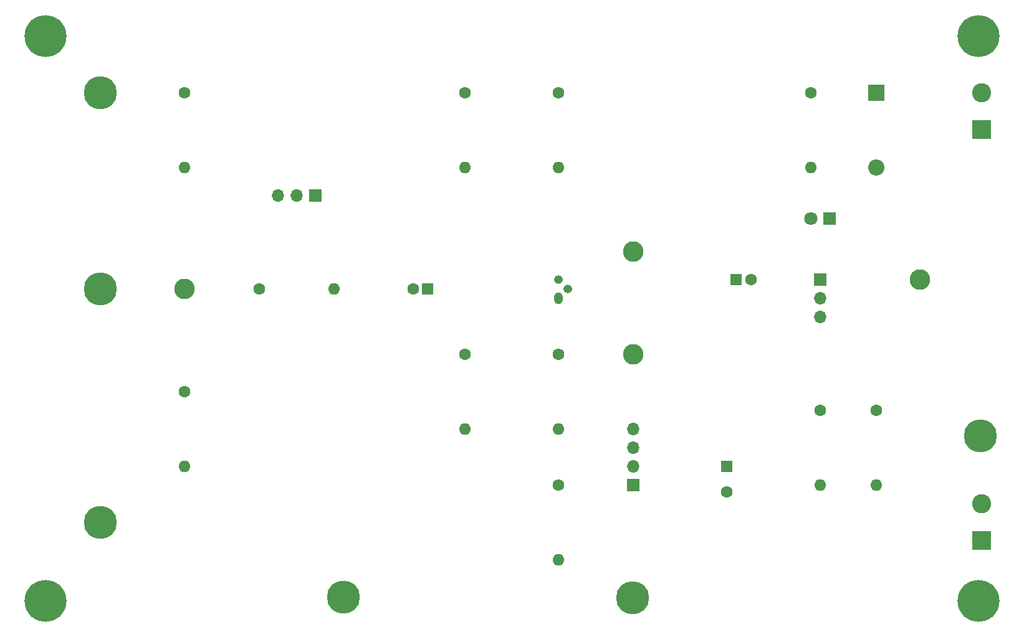
<source format=gbr>
%TF.GenerationSoftware,KiCad,Pcbnew,(7.0.0)*%
%TF.CreationDate,2023-03-04T17:45:57+02:00*%
%TF.ProjectId,Small Signal Amp with BJT,536d616c-6c20-4536-9967-6e616c20416d,rev?*%
%TF.SameCoordinates,Original*%
%TF.FileFunction,Soldermask,Top*%
%TF.FilePolarity,Negative*%
%FSLAX46Y46*%
G04 Gerber Fmt 4.6, Leading zero omitted, Abs format (unit mm)*
G04 Created by KiCad (PCBNEW (7.0.0)) date 2023-03-04 17:45:57*
%MOMM*%
%LPD*%
G01*
G04 APERTURE LIST*
%ADD10C,4.500000*%
%ADD11C,2.800000*%
%ADD12R,1.700000X1.700000*%
%ADD13O,1.700000X1.700000*%
%ADD14C,3.600000*%
%ADD15C,5.700000*%
%ADD16C,1.600000*%
%ADD17O,1.600000X1.600000*%
%ADD18R,2.200000X2.200000*%
%ADD19O,2.200000X2.200000*%
%ADD20R,1.600000X1.600000*%
%ADD21R,2.600000X2.600000*%
%ADD22C,2.600000*%
%ADD23O,1.200000X1.600000*%
%ADD24O,1.200000X1.200000*%
%ADD25R,1.800000X1.800000*%
%ADD26C,1.800000*%
G04 APERTURE END LIST*
D10*
%TO.C,TP8*%
X148500000Y-136000000D03*
%TD*%
D11*
%TO.C,TP7*%
X148590000Y-102870000D03*
%TD*%
%TO.C,TP6*%
X148590000Y-88900000D03*
%TD*%
%TO.C,TP5*%
X87630000Y-93980000D03*
%TD*%
D10*
%TO.C,TP4*%
X195750000Y-114000000D03*
%TD*%
%TO.C,TP3*%
X109220000Y-135890000D03*
%TD*%
%TO.C,TP2*%
X76200000Y-125730000D03*
%TD*%
D11*
%TO.C,TP1*%
X187500000Y-92710000D03*
%TD*%
D10*
%TO.C,J6*%
X76200000Y-67310000D03*
%TD*%
%TO.C,J5*%
X76200000Y-93980000D03*
%TD*%
D12*
%TO.C,J2*%
X148589999Y-120639999D03*
D13*
X148589999Y-118099999D03*
X148589999Y-115559999D03*
X148589999Y-113019999D03*
%TD*%
D14*
%TO.C,H3*%
X68700000Y-59600000D03*
D15*
X68700000Y-59600000D03*
%TD*%
D16*
%TO.C,R2*%
X125730000Y-102870000D03*
D17*
X125729999Y-113029999D03*
%TD*%
D16*
%TO.C,R1*%
X125730000Y-67310000D03*
D17*
X125729999Y-77469999D03*
%TD*%
D16*
%TO.C,Ry1*%
X173990000Y-110490000D03*
D17*
X173989999Y-120649999D03*
%TD*%
D18*
%TO.C,D1*%
X181609999Y-67309999D03*
D19*
X181609999Y-77469999D03*
%TD*%
D15*
%TO.C,H1*%
X195500000Y-136400000D03*
D14*
X195500000Y-136400000D03*
%TD*%
D20*
%TO.C,C1*%
X120649999Y-93979999D03*
D16*
X118650000Y-93980000D03*
%TD*%
D21*
%TO.C,J4*%
X195884999Y-72349999D03*
D22*
X195885000Y-67350000D03*
%TD*%
D23*
%TO.C,Q1*%
X138429999Y-95249999D03*
D24*
X139699999Y-93979999D03*
X138429999Y-92709999D03*
%TD*%
D16*
%TO.C,R13*%
X172720000Y-67310000D03*
D17*
X172719999Y-77469999D03*
%TD*%
D14*
%TO.C,H2*%
X68700000Y-136400000D03*
D15*
X68700000Y-136400000D03*
%TD*%
D14*
%TO.C,H4*%
X195500000Y-59600000D03*
D15*
X195500000Y-59600000D03*
%TD*%
D21*
%TO.C,J7*%
X195884999Y-128229999D03*
D22*
X195885000Y-123230000D03*
%TD*%
D12*
%TO.C,J1*%
X105409999Y-81279999D03*
D13*
X102869999Y-81279999D03*
X100329999Y-81279999D03*
%TD*%
D16*
%TO.C,R3*%
X138430000Y-102870000D03*
D17*
X138429999Y-113029999D03*
%TD*%
D16*
%TO.C,R6*%
X181610000Y-110490000D03*
D17*
X181609999Y-120649999D03*
%TD*%
D16*
%TO.C,R5*%
X138430000Y-67310000D03*
D17*
X138429999Y-77469999D03*
%TD*%
D16*
%TO.C,RD1*%
X87630000Y-67310000D03*
D17*
X87629999Y-77469999D03*
%TD*%
D16*
%TO.C,Rx1*%
X97790000Y-93980000D03*
D17*
X107949999Y-93979999D03*
%TD*%
D16*
%TO.C,RD2*%
X87630000Y-107950000D03*
D17*
X87629999Y-118109999D03*
%TD*%
D20*
%TO.C,C3*%
X162559999Y-92709999D03*
D16*
X164560000Y-92710000D03*
%TD*%
D25*
%TO.C,D2*%
X175259999Y-84399999D03*
D26*
X172720000Y-84400000D03*
%TD*%
D20*
%TO.C,C2*%
X161289999Y-118109999D03*
D16*
X161290000Y-121610000D03*
%TD*%
D12*
%TO.C,J3*%
X173989999Y-92709999D03*
D13*
X173989999Y-95249999D03*
X173989999Y-97789999D03*
%TD*%
D16*
%TO.C,R4*%
X138430000Y-120650000D03*
D17*
X138429999Y-130809999D03*
%TD*%
M02*

</source>
